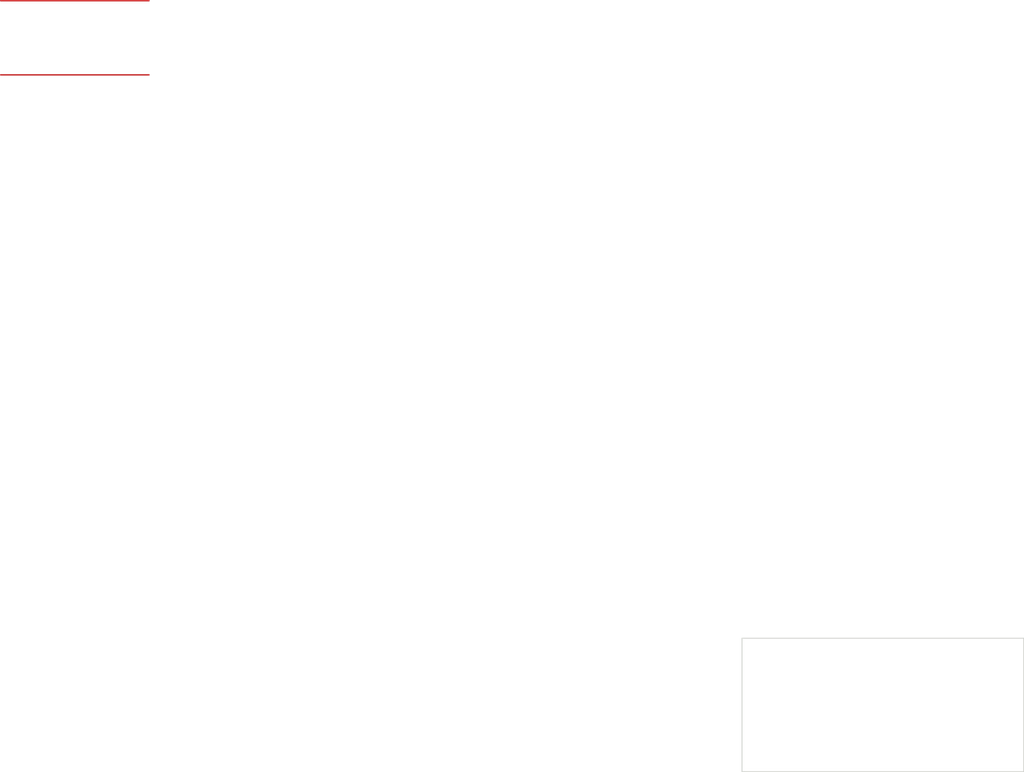
<source format=kicad_pcb>
(kicad_pcb (version 20171130) (host pcbnew 5.0.1-33cea8e~68~ubuntu16.04.1)

  (general
    (thickness 1.6)
    (drawings 4)
    (tracks 2)
    (zones 0)
    (modules 0)
    (nets 1)
  )

  (page A4)
  (layers
    (0 F.Cu signal)
    (31 B.Cu signal)
    (32 B.Adhes user)
    (33 F.Adhes user)
    (34 B.Paste user)
    (35 F.Paste user)
    (36 B.SilkS user)
    (37 F.SilkS user)
    (38 B.Mask user)
    (39 F.Mask user)
    (40 Dwgs.User user)
    (41 Cmts.User user)
    (42 Eco1.User user)
    (43 Eco2.User user)
    (44 Edge.Cuts user)
    (45 Margin user)
    (46 B.CrtYd user)
    (47 F.CrtYd user)
    (48 B.Fab user)
    (49 F.Fab user)
  )

  (setup
    (last_trace_width 0.25)
    (trace_clearance 0.2)
    (zone_clearance 0.508)
    (zone_45_only no)
    (trace_min 0.2)
    (segment_width 0.2)
    (edge_width 0.15)
    (via_size 0.6)
    (via_drill 0.4)
    (via_min_size 0.4)
    (via_min_drill 0.3)
    (uvia_size 0.3)
    (uvia_drill 0.1)
    (uvias_allowed no)
    (uvia_min_size 0.2)
    (uvia_min_drill 0.1)
    (pcb_text_width 0.3)
    (pcb_text_size 1.5 1.5)
    (mod_edge_width 0.15)
    (mod_text_size 1 1)
    (mod_text_width 0.15)
    (pad_size 1.524 1.524)
    (pad_drill 0.762)
    (pad_to_mask_clearance 0.2)
    (solder_mask_min_width 0.25)
    (aux_axis_origin 139.7 114.3)
    (grid_origin 139.7 114.3)
    (visible_elements 7FFFFFFF)
    (pcbplotparams
      (layerselection 0x00000_7fffffff)
      (usegerberextensions false)
      (usegerberattributes true)
      (usegerberadvancedattributes true)
      (creategerberjobfile false)
      (excludeedgelayer true)
      (linewidth 0.100000)
      (plotframeref false)
      (viasonmask false)
      (mode 1)
      (useauxorigin false)
      (hpglpennumber 1)
      (hpglpenspeed 20)
      (hpglpendiameter 15.000000)
      (psnegative false)
      (psa4output false)
      (plotreference false)
      (plotvalue false)
      (plotinvisibletext false)
      (padsonsilk false)
      (subtractmaskfromsilk false)
      (outputformat 1)
      (mirror false)
      (drillshape 0)
      (scaleselection 1)
      (outputdirectory "./"))
  )

  (net 0 "")

  (net_class Default "This is the default net class."
    (clearance 0.2)
    (trace_width 0.25)
    (via_dia 0.6)
    (via_drill 0.4)
    (uvia_dia 0.3)
    (uvia_drill 0.1)
  )

  (gr_line (start 175.26 96.52) (end 127 96.52) (layer Edge.Cuts) (width 0.15) (tstamp 5BE34F0A))
  (gr_line (start 175.26 119.38) (end 175.26 96.52) (layer Edge.Cuts) (width 0.15) (tstamp 5BE34F07))
  (gr_line (start 127 119.38) (end 175.26 119.38) (layer Edge.Cuts) (width 0.15) (tstamp 5BE34F01))
  (gr_line (start 127 96.52) (end 127 119.38) (layer Edge.Cuts) (width 0.15) (tstamp 5BE34EFE))

  (segment (start 0 -12.7) (end 25.4 -12.7) (width 0.25) (layer F.Cu) (net 0) (tstamp 5BE34EFB))
  (segment (start 25.4 0) (end 0 0) (width 0.25) (layer F.Cu) (net 0) (tstamp 5BE34F04))

)

</source>
